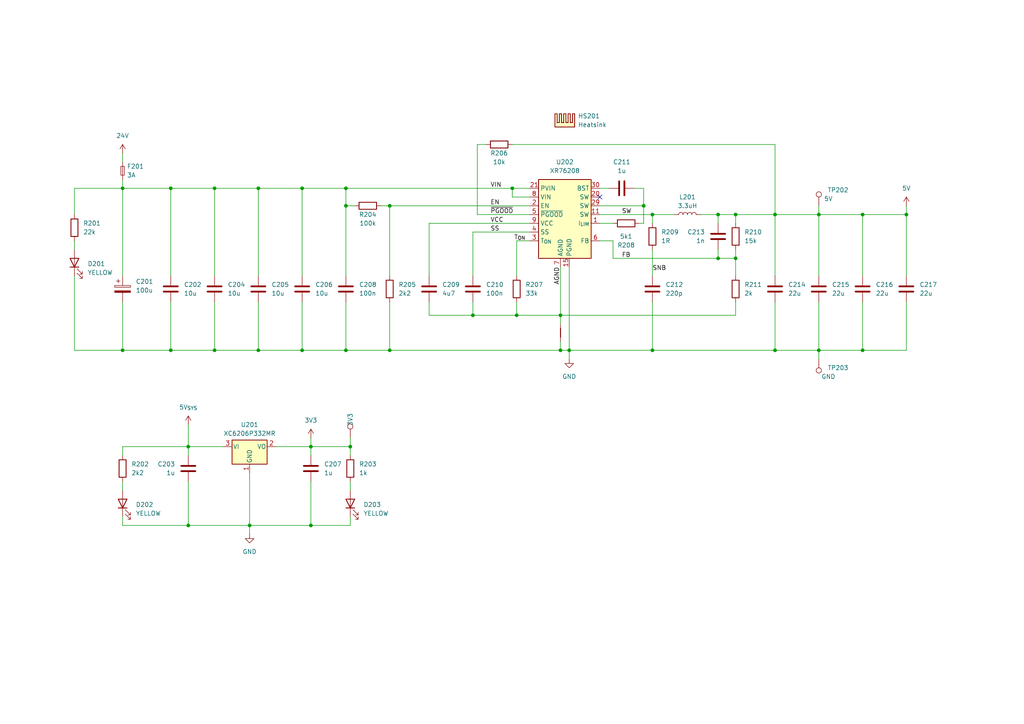
<source format=kicad_sch>
(kicad_sch (version 20250114) (generator "eeschema") (generator_version "9.0")
  (paper "A4")
  (title_block (title "EWS - Power, CANbus and USB HAT for 3D Printers") (date "2025-12-04") (rev "${PROJEKT_REV}") (company "Eduard Iten") (comment 1 "CC BY-NC-SA 4.0"))
  (lib_symbols
    (symbol "Connector:TestPoint" (pin_numbers (hide yes)) (pin_names (offset 0.762) (hide yes))
      (property "Reference" "TP" (at 0 6.858 0))
      (property "Value" "TestPoint" (at 0 5.08 0))
      (symbol "TestPoint_0_1"
        (circle (center 0 3.302) (radius 0.762))
      )
      (symbol "TestPoint_1_1"
        (pin passive line (at 0 0 90) (length 2.54) (name "1") (number "1"))
      )
    )
    (symbol "Device:C" (pin_numbers (hide yes)) (pin_names (offset 0.254))
      (property "Reference" "C" (at 0.635 2.54 0))
      (property "Value" "C" (at 0.635 -2.54 0))
      (symbol "C_0_1"
        (polyline (pts (xy -2.032 0.762) (xy 2.032 0.762)) (stroke (width 0.508)))
        (polyline (pts (xy -2.032 -0.762) (xy 2.032 -0.762)) (stroke (width 0.508)))
      )
      (symbol "C_1_1"
        (pin passive line (at 0 3.81 270) (length 2.794) (name "~") (number "1"))
        (pin passive line (at 0 -3.81 90) (length 2.794) (name "~") (number "2"))
      )
    )
    (symbol "Device:C_Polarized" (pin_numbers (hide yes)) (pin_names (offset 0.254))
      (property "Reference" "C" (at 0.635 2.54 0))
      (property "Value" "C_Polarized" (at 0.635 -2.54 0))
      (symbol "C_Polarized_0_1"
        (rectangle (start -2.286 0.508) (end 2.286 1.016))
        (polyline (pts (xy -1.778 2.286) (xy -0.762 2.286)))
        (polyline (pts (xy -1.27 2.794) (xy -1.27 1.778)))
        (rectangle (start 2.286 -0.508) (end -2.286 -1.016) (fill (type outline)))
      )
      (symbol "C_Polarized_1_1"
        (pin passive line (at 0 3.81 270) (length 2.794) (name "~") (number "1"))
        (pin passive line (at 0 -3.81 90) (length 2.794) (name "~") (number "2"))
      )
    )
    (symbol "Device:Fuse_Small" (pin_numbers (hide yes)) (pin_names (offset 0.254) (hide yes))
      (property "Reference" "F" (at 0 -1.524 0))
      (property "Value" "Fuse_Small" (at 0 1.524 0))
      (symbol "Fuse_Small_0_1"
        (rectangle (start -1.27 0.508) (end 1.27 -0.508))
        (polyline (pts (xy -1.27 0) (xy 1.27 0)))
      )
      (symbol "Fuse_Small_1_1"
        (pin passive line (at -2.54 0 0) (length 1.27) (name "~") (number "1"))
        (pin passive line (at 2.54 0 180) (length 1.27) (name "~") (number "2"))
      )
    )
    (symbol "Device:L" (pin_numbers (hide yes)) (pin_names (offset 1.016) (hide yes))
      (property "Reference" "L" (at -1.27 0 90))
      (property "Value" "L" (at 1.905 0 90))
      (symbol "L_0_1"
        (arc (start 0 2.54) (mid 0.6323 1.905) (end 0 1.27))
        (arc (start 0 1.27) (mid 0.6323 0.635) (end 0 0))
        (arc (start 0 0) (mid 0.6323 -0.635) (end 0 -1.27))
        (arc (start 0 -1.27) (mid 0.6323 -1.905) (end 0 -2.54))
      )
      (symbol "L_1_1"
        (pin passive line (at 0 3.81 270) (length 1.27) (name "1") (number "1"))
        (pin passive line (at 0 -3.81 90) (length 1.27) (name "2") (number "2"))
      )
    )
    (symbol "Device:LED" (pin_numbers (hide yes)) (pin_names (offset 1.016) (hide yes))
      (property "Reference" "D" (at 0 2.54 0))
      (property "Value" "LED" (at 0 -2.54 0))
      (symbol "LED_0_1"
        (polyline (pts (xy -3.048 -0.762) (xy -4.572 -2.286) (xy -3.81 -2.286) (xy -4.572 -2.286) (xy -4.572 -1.524)))
        (polyline (pts (xy -1.778 -0.762) (xy -3.302 -2.286) (xy -2.54 -2.286) (xy -3.302 -2.286) (xy -3.302 -1.524)))
        (polyline (pts (xy -1.27 0) (xy 1.27 0)))
        (polyline (pts (xy -1.27 -1.27) (xy -1.27 1.27)) (stroke (width 0.254)))
        (polyline (pts (xy 1.27 -1.27) (xy 1.27 1.27) (xy -1.27 0) (xy 1.27 -1.27)) (stroke (width 0.254)))
      )
      (symbol "LED_1_1"
        (pin passive line (at -3.81 0 0) (length 2.54) (name "K") (number "1"))
        (pin passive line (at 3.81 0 180) (length 2.54) (name "A") (number "2"))
      )
    )
    (symbol "Device:NetTie_2" (pin_numbers (hide yes)) (pin_names (offset 0) (hide yes)) (in_bom no)
      (property "Reference" "NT" (at 0 1.27 0))
      (property "Value" "NetTie_2" (at 0 -1.27 0))
      (symbol "NetTie_2_0_1"
        (polyline (pts (xy -1.27 0) (xy 1.27 0)) (stroke (width 0.254)))
      )
      (symbol "NetTie_2_1_1"
        (pin passive line (at -2.54 0 0) (length 2.54) (name "1") (number "1"))
        (pin passive line (at 2.54 0 180) (length 2.54) (name "2") (number "2"))
      )
    )
    (symbol "Device:R" (pin_numbers (hide yes)) (pin_names (offset 0))
      (property "Reference" "R" (at 2.032 0 90))
      (property "Value" "R" (at 0 0 90))
      (symbol "R_0_1"
        (rectangle (start -1.016 -2.54) (end 1.016 2.54) (stroke (width 0.254)))
      )
      (symbol "R_1_1"
        (pin passive line (at 0 3.81 270) (length 1.27) (name "~") (number "1"))
        (pin passive line (at 0 -3.81 90) (length 1.27) (name "~") (number "2"))
      )
    )
    (symbol "Mechanical:Heatsink" (pin_names (offset 1.016))
      (property "Reference" "HS" (at 0 5.08 0))
      (property "Value" "Heatsink" (at 0 -1.27 0))
      (symbol "Heatsink_0_1"
        (polyline (pts (xy -0.3302 1.27) (xy -0.9652 1.27) (xy -0.9652 3.81) (xy -1.6002 3.81) (xy -1.6002 1.27) (xy -2.2352 1.27) (xy -2.2352 3.81) (xy -2.8702 3.81) (xy -2.8702 0) (xy -0.9652 0)) (stroke (width 0.254)) (fill (type background)))
        (polyline (pts (xy -0.3302 1.27) (xy -0.3302 3.81) (xy 0.3048 3.81) (xy 0.3048 1.27) (xy 0.9398 1.27) (xy 0.9398 3.81) (xy 1.5748 3.81) (xy 1.5748 1.27) (xy 2.2098 1.27) (xy 2.2098 3.81) (xy 2.8448 3.81) (xy 2.8448 0) (xy -0.9652 0)) (stroke (width 0.254)) (fill (type background)))
      )
    )
    (symbol "NamedTestPoint_1" (pin_numbers (hide yes)) (pin_names (offset 0.762) (hide yes))
      (property "Value" "${SHORT_NET_NAME(1)}" (at 0 6.35 0))
      (symbol "NamedTestPoint_1_0_1"
        (circle (center 0 3.302) (radius 0.762))
      )
      (symbol "NamedTestPoint_1_1_1"
        (pin passive line (at 0 0 90) (length 2.54) (name "1") (number "1"))
      )
    )
    (symbol "Regulator_Linear:XC6206PxxxMR" (pin_names (offset 0.254))
      (property "Reference" "U" (at -3.81 3.175 0))
      (property "Value" "XC6206PxxxMR" (at 0 3.175 0))
      (symbol "XC6206PxxxMR_0_1"
        (rectangle (start -5.08 1.905) (end 5.08 -5.08) (stroke (width 0.254)) (fill (type background)))
      )
      (symbol "XC6206PxxxMR_1_1"
        (pin power_in line (at -7.62 0 0) (length 2.54) (name "VI") (number "3"))
        (pin power_in line (at 0 -7.62 90) (length 2.54) (name "GND") (number "1"))
        (pin power_out line (at 7.62 0 180) (length 2.54) (name "VO") (number "2"))
      )
    )
    (symbol "power:+24V" (power) (pin_numbers (hide yes)) (pin_names (offset 0) (hide yes))
      (property "Value" "+24V" (at 0 3.556 0))
      (symbol "+24V_0_1"
        (polyline (pts (xy -0.762 1.27) (xy 0 2.54)))
        (polyline (pts (xy 0 2.54) (xy 0.762 1.27)))
        (polyline (pts (xy 0 0) (xy 0 2.54)))
      )
      (symbol "+24V_1_1"
        (pin power_in line (at 0 0 90) (length 0) (name "~") (number "1"))
      )
    )
    (symbol "power:+3.3V" (power) (pin_numbers (hide yes)) (pin_names (offset 0) (hide yes))
      (property "Value" "+3.3V" (at 0 3.556 0))
      (symbol "+3.3V_0_1"
        (polyline (pts (xy -0.762 1.27) (xy 0 2.54)))
        (polyline (pts (xy 0 2.54) (xy 0.762 1.27)))
        (polyline (pts (xy 0 0) (xy 0 2.54)))
      )
      (symbol "+3.3V_1_1"
        (pin power_in line (at 0 0 90) (length 0) (name "~") (number "1"))
      )
    )
    (symbol "power:+5V" (power) (pin_numbers (hide yes)) (pin_names (offset 0) (hide yes))
      (property "Value" "+5V" (at 0 3.556 0))
      (symbol "+5V_0_1"
        (polyline (pts (xy -0.762 1.27) (xy 0 2.54)))
        (polyline (pts (xy 0 2.54) (xy 0.762 1.27)))
        (polyline (pts (xy 0 0) (xy 0 2.54)))
      )
      (symbol "+5V_1_1"
        (pin power_in line (at 0 0 90) (length 0) (name "~") (number "1"))
      )
    )
    (symbol "power:GND" (power) (pin_numbers (hide yes)) (pin_names (offset 0) (hide yes))
      (property "Value" "GND" (at 0 -3.81 0))
      (symbol "GND_0_1"
        (polyline (pts (xy 0 0) (xy 0 -1.27) (xy 1.27 -1.27) (xy 0 -2.54) (xy -1.27 -1.27) (xy 0 -1.27)))
      )
      (symbol "GND_1_1"
        (pin power_in line (at 0 0 270) (length 0) (name "~") (number "1"))
      )
    )
    (symbol "project:XR76208"
      (property "Reference" "U" (at 0 15.24 0))
      (property "Value" "XR76208" (at 0 12.7 0))
      (symbol "XR76208_1_1"
        (rectangle (start -7.62 11.43) (end 7.62 -11.43) (stroke (width 0.254)) (fill (type background)))
        (pin power_in line (at -10.16 8.89 0) (length 2.54) (name "PVIN") (number "21"))
        (pin passive line (at -10.16 8.89 0) (length 2.54) (hide yes) (name "PVIN") (number "22"))
        (pin passive line (at -10.16 8.89 0) (length 2.54) (hide yes) (name "PVIN") (number "23"))
        (pin passive line (at -10.16 8.89 0) (length 2.54) (hide yes) (name "PVIN") (number "24"))
        (pin passive line (at -10.16 8.89 0) (length 2.54) (hide yes) (name "PVIN") (number "25"))
        (pin passive line (at -10.16 8.89 0) (length 2.54) (hide yes) (name "PVIN") (number "26"))
        (pin passive line (at -10.16 8.89 0) (length 2.54) (hide yes) (name "PVIN") (number "27"))
        (pin passive line (at -10.16 8.89 0) (length 2.54) (hide yes) (name "PVIN") (number "28"))
        (pin power_in line (at -10.16 6.35 0) (length 2.54) (name "VIN") (number "8"))
        (pin passive line (at -10.16 3.81 0) (length 2.54) (name "EN") (number "2"))
        (pin passive line (at -10.16 1.27 0) (length 2.54) (name "~{PGOOD}") (number "5"))
        (pin passive line (at -10.16 -1.27 0) (length 2.54) (name "VCC") (number "9"))
        (pin passive line (at -10.16 -3.81 0) (length 2.54) (name "SS") (number "4"))
        (pin passive line (at -10.16 -6.35 0) (length 2.54) (name "T_{ON}") (number "3"))
        (pin passive line (at -1.27 -13.97 90) (length 2.54) (hide yes) (name "AGND") (number "10"))
        (pin passive line (at -1.27 -13.97 90) (length 2.54) (name "AGND") (number "7"))
        (pin passive line (at 1.27 -13.97 90) (length 2.54) (name "PGND") (number "15"))
        (pin passive line (at 1.27 -13.97 90) (length 2.54) (hide yes) (name "PGND") (number "16"))
        (pin passive line (at 1.27 -13.97 90) (length 2.54) (hide yes) (name "PGND") (number "17"))
        (pin passive line (at 1.27 -13.97 90) (length 2.54) (hide yes) (name "PGND") (number "18"))
        (pin passive line (at 1.27 -13.97 90) (length 2.54) (hide yes) (name "PGND") (number "19"))
        (pin passive line (at 10.16 8.89 180) (length 2.54) (name "BST") (number "30"))
        (pin passive line (at 10.16 6.35 180) (length 2.54) (name "SW") (number "20"))
        (pin power_out line (at 10.16 3.81 180) (length 2.54) (name "SW") (number "29"))
        (pin passive line (at 10.16 1.27 180) (length 2.54) (name "SW") (number "11"))
        (pin passive line (at 10.16 1.27 180) (length 2.54) (hide yes) (name "SW") (number "12"))
        (pin passive line (at 10.16 1.27 180) (length 2.54) (hide yes) (name "SW") (number "13"))
        (pin passive line (at 10.16 1.27 180) (length 2.54) (hide yes) (name "SW") (number "14"))
        (pin passive line (at 10.16 -1.27 180) (length 2.54) (name "I_{LIM}") (number "1"))
        (pin passive line (at 10.16 -6.35 180) (length 2.54) (name "FB") (number "6"))
      )
    )
  )
  (junction (at 113.03 59.69))
  (junction (at 54.61 129.54))
  (junction (at 74.93 54.61))
  (junction (at 90.17 129.54))
  (junction (at 74.93 101.6))
  (junction (at 250.19 62.23))
  (junction (at 101.6 129.54))
  (junction (at 62.23 54.61))
  (junction (at 262.89 62.23))
  (junction (at 62.23 101.6))
  (junction (at 149.86 91.44))
  (junction (at 237.49 101.6))
  (junction (at 224.79 101.6))
  (junction (at 137.16 91.44))
  (junction (at 49.53 54.61))
  (junction (at 35.56 101.6))
  (junction (at 224.79 62.23))
  (junction (at 186.69 59.69))
  (junction (at 162.56 91.44))
  (junction (at 100.33 54.61))
  (junction (at 87.63 101.6))
  (junction (at 87.63 54.61))
  (junction (at 213.36 74.93))
  (junction (at 100.33 101.6))
  (junction (at 237.49 62.23))
  (junction (at 90.17 152.4))
  (junction (at 49.53 101.6))
  (junction (at 113.03 101.6))
  (junction (at 35.56 54.61))
  (junction (at 54.61 152.4))
  (junction (at 148.59 54.61))
  (junction (at 72.39 152.4))
  (junction (at 162.56 101.6))
  (junction (at 250.19 101.6))
  (junction (at 100.33 59.69))
  (junction (at 189.23 101.6))
  (junction (at 165.1 101.6))
  (junction (at 208.28 74.93))
  (junction (at 208.28 62.23))
  (junction (at 213.36 62.23))
  (junction (at 189.23 62.23))
  (no_connect (at 173.99 57.15))
  (wire (pts (xy 35.56 101.6) (xy 49.53 101.6)))
  (wire (pts (xy 137.16 67.31) (xy 153.67 67.31)))
  (wire (pts (xy 250.19 62.23) (xy 237.49 62.23)))
  (wire (pts (xy 80.01 129.54) (xy 90.17 129.54)))
  (wire (pts (xy 101.6 139.7) (xy 101.6 142.24)))
  (wire (pts (xy 189.23 101.6) (xy 224.79 101.6)))
  (wire (pts (xy 113.03 87.63) (xy 113.03 101.6)))
  (wire (pts (xy 208.28 62.23) (xy 213.36 62.23)))
  (wire (pts (xy 224.79 101.6) (xy 237.49 101.6)))
  (wire (pts (xy 35.56 149.86) (xy 35.56 152.4)))
  (wire (pts (xy 213.36 87.63) (xy 213.36 91.44)))
  (wire (pts (xy 101.6 152.4) (xy 90.17 152.4)))
  (wire (pts (xy 149.86 91.44) (xy 149.86 87.63)))
  (wire (pts (xy 35.56 87.63) (xy 35.56 101.6)))
  (wire (pts (xy 262.89 87.63) (xy 262.89 101.6)))
  (wire (pts (xy 72.39 152.4) (xy 90.17 152.4)))
  (wire (pts (xy 54.61 123.19) (xy 54.61 129.54)))
  (wire (pts (xy 74.93 54.61) (xy 74.93 80.01)))
  (wire (pts (xy 189.23 72.39) (xy 189.23 80.01)))
  (wire (pts (xy 148.59 41.91) (xy 224.79 41.91)))
  (wire (pts (xy 203.2 62.23) (xy 208.28 62.23)))
  (wire (pts (xy 110.49 59.69) (xy 113.03 59.69)))
  (wire (pts (xy 208.28 74.93) (xy 213.36 74.93)))
  (wire (pts (xy 35.56 54.61) (xy 49.53 54.61)))
  (wire (pts (xy 49.53 54.61) (xy 49.53 80.01)))
  (wire (pts (xy 54.61 139.7) (xy 54.61 152.4)))
  (wire (pts (xy 262.89 59.69) (xy 262.89 62.23)))
  (wire (pts (xy 173.99 62.23) (xy 189.23 62.23)))
  (wire (pts (xy 35.56 139.7) (xy 35.56 142.24)))
  (wire (pts (xy 62.23 80.01) (xy 62.23 54.61)))
  (wire (pts (xy 21.59 101.6) (xy 35.56 101.6)))
  (wire (pts (xy 21.59 54.61) (xy 35.56 54.61)))
  (wire (pts (xy 35.56 44.45) (xy 35.56 46.99)))
  (wire (pts (xy 137.16 87.63) (xy 137.16 91.44)))
  (wire (pts (xy 21.59 80.01) (xy 21.59 101.6)))
  (wire (pts (xy 72.39 152.4) (xy 72.39 154.94)))
  (wire (pts (xy 189.23 62.23) (xy 189.23 64.77)))
  (wire (pts (xy 100.33 101.6) (xy 113.03 101.6)))
  (wire (pts (xy 250.19 87.63) (xy 250.19 101.6)))
  (wire (pts (xy 49.53 101.6) (xy 62.23 101.6)))
  (wire (pts (xy 149.86 69.85) (xy 149.86 80.01)))
  (wire (pts (xy 137.16 91.44) (xy 149.86 91.44)))
  (wire (pts (xy 262.89 62.23) (xy 250.19 62.23)))
  (wire (pts (xy 49.53 87.63) (xy 49.53 101.6)))
  (wire (pts (xy 250.19 80.01) (xy 250.19 62.23)))
  (wire (pts (xy 21.59 62.23) (xy 21.59 54.61)))
  (wire (pts (xy 149.86 69.85) (xy 153.67 69.85)))
  (wire (pts (xy 90.17 127) (xy 90.17 129.54)))
  (wire (pts (xy 162.56 91.44) (xy 162.56 93.98)))
  (wire (pts (xy 162.56 101.6) (xy 165.1 101.6)))
  (wire (pts (xy 237.49 59.69) (xy 237.49 62.23)))
  (wire (pts (xy 237.49 62.23) (xy 224.79 62.23)))
  (wire (pts (xy 165.1 77.47) (xy 165.1 101.6)))
  (wire (pts (xy 186.69 54.61) (xy 186.69 59.69)))
  (wire (pts (xy 208.28 62.23) (xy 208.28 64.77)))
  (wire (pts (xy 35.56 52.07) (xy 35.56 54.61)))
  (wire (pts (xy 148.59 57.15) (xy 153.67 57.15)))
  (wire (pts (xy 100.33 54.61) (xy 100.33 59.69)))
  (wire (pts (xy 208.28 72.39) (xy 208.28 74.93)))
  (wire (pts (xy 262.89 101.6) (xy 250.19 101.6)))
  (wire (pts (xy 100.33 87.63) (xy 100.33 101.6)))
  (wire (pts (xy 54.61 152.4) (xy 72.39 152.4)))
  (wire (pts (xy 74.93 54.61) (xy 87.63 54.61)))
  (wire (pts (xy 162.56 91.44) (xy 149.86 91.44)))
  (wire (pts (xy 177.8 74.93) (xy 177.8 69.85)))
  (wire (pts (xy 101.6 132.08) (xy 101.6 129.54)))
  (wire (pts (xy 87.63 54.61) (xy 87.63 80.01)))
  (wire (pts (xy 74.93 87.63) (xy 74.93 101.6)))
  (wire (pts (xy 184.15 54.61) (xy 186.69 54.61)))
  (wire (pts (xy 162.56 99.06) (xy 162.56 101.6)))
  (wire (pts (xy 177.8 74.93) (xy 208.28 74.93)))
  (wire (pts (xy 213.36 62.23) (xy 224.79 62.23)))
  (wire (pts (xy 224.79 62.23) (xy 224.79 80.01)))
  (wire (pts (xy 124.46 64.77) (xy 153.67 64.77)))
  (wire (pts (xy 54.61 129.54) (xy 54.61 132.08)))
  (wire (pts (xy 35.56 80.01) (xy 35.56 54.61)))
  (wire (pts (xy 237.49 80.01) (xy 237.49 62.23)))
  (wire (pts (xy 35.56 152.4) (xy 54.61 152.4)))
  (wire (pts (xy 87.63 54.61) (xy 100.33 54.61)))
  (wire (pts (xy 101.6 129.54) (xy 101.6 127)))
  (wire (pts (xy 113.03 101.6) (xy 162.56 101.6)))
  (wire (pts (xy 213.36 62.23) (xy 213.36 64.77)))
  (wire (pts (xy 49.53 54.61) (xy 62.23 54.61)))
  (wire (pts (xy 124.46 80.01) (xy 124.46 64.77)))
  (wire (pts (xy 237.49 87.63) (xy 237.49 101.6)))
  (wire (pts (xy 100.33 80.01) (xy 100.33 59.69)))
  (wire (pts (xy 148.59 57.15) (xy 148.59 54.61)))
  (wire (pts (xy 124.46 91.44) (xy 137.16 91.44)))
  (wire (pts (xy 237.49 101.6) (xy 250.19 101.6)))
  (wire (pts (xy 213.36 91.44) (xy 162.56 91.44)))
  (wire (pts (xy 87.63 87.63) (xy 87.63 101.6)))
  (wire (pts (xy 138.43 62.23) (xy 138.43 41.91)))
  (wire (pts (xy 90.17 152.4) (xy 90.17 139.7)))
  (wire (pts (xy 100.33 54.61) (xy 148.59 54.61)))
  (wire (pts (xy 62.23 87.63) (xy 62.23 101.6)))
  (wire (pts (xy 138.43 41.91) (xy 140.97 41.91)))
  (wire (pts (xy 262.89 80.01) (xy 262.89 62.23)))
  (wire (pts (xy 102.87 59.69) (xy 100.33 59.69)))
  (wire (pts (xy 224.79 41.91) (xy 224.79 62.23)))
  (wire (pts (xy 21.59 69.85) (xy 21.59 72.39)))
  (wire (pts (xy 177.8 69.85) (xy 173.99 69.85)))
  (wire (pts (xy 162.56 77.47) (xy 162.56 91.44)))
  (wire (pts (xy 62.23 54.61) (xy 74.93 54.61)))
  (wire (pts (xy 90.17 129.54) (xy 101.6 129.54)))
  (wire (pts (xy 237.49 104.14) (xy 237.49 101.6)))
  (wire (pts (xy 189.23 62.23) (xy 195.58 62.23)))
  (wire (pts (xy 62.23 101.6) (xy 74.93 101.6)))
  (wire (pts (xy 173.99 59.69) (xy 186.69 59.69)))
  (wire (pts (xy 87.63 101.6) (xy 100.33 101.6)))
  (wire (pts (xy 35.56 129.54) (xy 54.61 129.54)))
  (wire (pts (xy 54.61 129.54) (xy 64.77 129.54)))
  (wire (pts (xy 213.36 74.93) (xy 213.36 80.01)))
  (wire (pts (xy 185.42 64.77) (xy 186.69 64.77)))
  (wire (pts (xy 74.93 101.6) (xy 87.63 101.6)))
  (wire (pts (xy 138.43 62.23) (xy 153.67 62.23)))
  (wire (pts (xy 35.56 132.08) (xy 35.56 129.54)))
  (wire (pts (xy 165.1 101.6) (xy 165.1 104.14)))
  (wire (pts (xy 137.16 80.01) (xy 137.16 67.31)))
  (wire (pts (xy 124.46 87.63) (xy 124.46 91.44)))
  (wire (pts (xy 113.03 59.69) (xy 113.03 80.01)))
  (wire (pts (xy 224.79 87.63) (xy 224.79 101.6)))
  (wire (pts (xy 148.59 54.61) (xy 153.67 54.61)))
  (wire (pts (xy 165.1 101.6) (xy 189.23 101.6)))
  (wire (pts (xy 173.99 64.77) (xy 177.8 64.77)))
  (wire (pts (xy 213.36 72.39) (xy 213.36 74.93)))
  (wire (pts (xy 90.17 132.08) (xy 90.17 129.54)))
  (wire (pts (xy 173.99 54.61) (xy 176.53 54.61)))
  (wire (pts (xy 186.69 64.77) (xy 186.69 59.69)))
  (wire (pts (xy 101.6 149.86) (xy 101.6 152.4)))
  (wire (pts (xy 113.03 59.69) (xy 153.67 59.69)))
  (wire (pts (xy 72.39 137.16) (xy 72.39 152.4)))
  (wire (pts (xy 189.23 87.63) (xy 189.23 101.6)))
  (label "FB" (at 180.34 74.93 0))
  (label "~{PGOOD}" (at 142.24 62.23 0))
  (label "SW" (at 180.34 62.23 0))
  (label "VCC" (at 142.24 64.77 0))
  (label "VIN" (at 142.24 54.61 0))
  (label "EN" (at 142.24 59.69 0))
  (label "AGND" (at 162.56 82.55 90))
  (label "SS" (at 142.24 67.31 0))
  (label "T_{ON}" (at 152.4 69.85 180))
  (label "SNB" (at 189.23 78.74 0))
  (symbol (lib_id "Device:C") (at 74.93 83.82 0) (unit 1)
    (property "Reference" "C205" (at 78.74 82.5499 0) (effects (justify left)))
    (property "Value" "10u" (at 78.74 85.0899 0) (effects (justify left)))
    (property "Footprint" "Capacitor_SMD:C_1206_3216Metric" (effects (hide yes)))
    (property "Description" "Unpolarized capacitor" (effects (hide yes)))
    (property "Manufacturer Part #" "CL31A106KBHNNNE" (effects (hide yes)))
    (property "LCSC Part #" "C13585" (effects (hide yes)))
  )
  (symbol (lib_id "Device:R") (at 213.36 68.58 0) (unit 1)
    (property "Reference" "R210" (at 215.9 67.3099 0) (effects (justify left)))
    (property "Value" "15k" (at 215.9 69.8499 0) (effects (justify left)))
    (property "Footprint" "Resistor_SMD:R_0402_1005Metric" (effects (hide yes)))
    (property "Description" "Resistor" (effects (hide yes)))
    (property "Manufacturer Part #" "0402WGF1502TCE" (effects (hide yes)))
    (property "LCSC Part #" "C25756" (effects (hide yes)))
  )
  (symbol (lib_id "Device:LED") (at 35.56 146.05 90) (unit 1)
    (property "Reference" "D202" (at 39.37 146.3674 90) (effects (justify right)))
    (property "Value" "YELLOW" (at 39.37 148.9074 90) (effects (justify right)))
    (property "Footprint" "LED_SMD:LED_0805_2012Metric" (effects (hide yes)))
    (property "Description" "Light emitting diode" (effects (hide yes)))
    (property "Sim.Pins" "1=K 2=A" (effects (hide yes)))
    (property "Manufacturer Part #" "KT-0805Y" (effects (hide yes)))
    (property "LCSC Part #" "C2296" (effects (hide yes)))
  )
  (symbol (lib_id "Device:R") (at 101.6 135.89 0) (unit 1)
    (property "Reference" "R203" (at 104.14 134.6199 0) (effects (justify left)))
    (property "Value" "1k" (at 104.14 137.1599 0) (effects (justify left)))
    (property "Footprint" "Resistor_SMD:R_0402_1005Metric" (effects (hide yes)))
    (property "Description" "Resistor" (effects (hide yes)))
    (property "Manufacturer Part #" "0402WGF1001TCE" (effects (hide yes)))
    (property "LCSC Part #" "C11702" (effects (hide yes)))
  )
  (symbol (lib_id "Device:NetTie_2") (at 162.56 96.52 90) (unit 1) (in_bom no)
    (property "Reference" "NT201" (effects (hide yes)))
    (property "Value" "NetTie_2" (effects (hide yes)))
    (property "Footprint" "NetTie:NetTie-2_SMD_Pad0.5mm" (effects (hide yes)))
    (property "Description" "Net tie, 2 pins" (effects (hide yes)))
  )
  (symbol (lib_id "Device:R") (at 113.03 83.82 0) (unit 1)
    (property "Reference" "R205" (at 115.57 82.5499 0) (effects (justify left)))
    (property "Value" "2k2" (at 115.57 85.0899 0) (effects (justify left)))
    (property "Footprint" "Resistor_SMD:R_0402_1005Metric" (effects (hide yes)))
    (property "Description" "Resistor" (effects (hide yes)))
    (property "LCSC Part #" "C25879" (effects (hide yes)))
    (property "Manufacturer Part #" "0402WGF2201TCE" (effects (hide yes)))
  )
  (symbol (lib_id "Device:C") (at 62.23 83.82 0) (unit 1)
    (property "Reference" "C204" (at 66.04 82.5499 0) (effects (justify left)))
    (property "Value" "10u" (at 66.04 85.0899 0) (effects (justify left)))
    (property "Footprint" "Capacitor_SMD:C_1206_3216Metric" (effects (hide yes)))
    (property "Description" "Unpolarized capacitor" (effects (hide yes)))
    (property "Manufacturer Part #" "CL31A106KBHNNNE" (effects (hide yes)))
    (property "LCSC Part #" "C13585" (effects (hide yes)))
  )
  (symbol (lib_id "Connector:TestPoint") (at 237.49 104.14 0) (mirror x) (unit 1)
    (property "Reference" "TP203" (at 240.03 106.68 0) (effects (justify left)))
    (property "Value" "${SHORT_NET_NAME(1)}" (at 240.03 109.22 0) (effects (justify left)))
    (property "Footprint" "TestPoint:TestPoint_Pad_D3.0mm" (effects (hide yes)))
    (property "Description" "test point" (effects (hide yes)))
  )
  (symbol (lib_id "Device:LED") (at 21.59 76.2 90) (unit 1)
    (property "Reference" "D201" (at 25.4 76.5174 90) (effects (justify right)))
    (property "Value" "YELLOW" (at 25.4 79.0574 90) (effects (justify right)))
    (property "Footprint" "LED_SMD:LED_0805_2012Metric" (effects (hide yes)))
    (property "Description" "Light emitting diode" (effects (hide yes)))
    (property "Sim.Pins" "1=K 2=A" (effects (hide yes)))
    (property "Manufacturer Part #" "KT-0805Y" (effects (hide yes)))
    (property "LCSC Part #" "C2296" (effects (hide yes)))
  )
  (symbol (lib_id "power:+24V") (at 35.56 44.45 0) (unit 1)
    (property "Reference" "#PWR0201" (effects (hide yes)))
    (property "Value" "24V" (at 35.56 39.37 0))
    (property "Description" "Power symbol creates a global label with name \"+24V\"" (effects (hide yes)))
  )
  (symbol (lib_id "Device:C") (at 224.79 83.82 0) (unit 1)
    (property "Reference" "C214" (at 228.6 82.5499 0) (effects (justify left)))
    (property "Value" "22u" (at 228.6 85.0899 0) (effects (justify left)))
    (property "Footprint" "Capacitor_SMD:C_1206_3216Metric" (effects (hide yes)))
    (property "Description" "Unpolarized capacitor" (effects (hide yes)))
    (property "LCSC Part #" "C12891" (effects (hide yes)))
    (property "Manufacturer Part #" "CL31A226KAHNNNE" (effects (hide yes)))
  )
  (symbol (lib_id "Device:C") (at 87.63 83.82 0) (unit 1)
    (property "Reference" "C206" (at 91.44 82.5499 0) (effects (justify left)))
    (property "Value" "10u" (at 91.44 85.0899 0) (effects (justify left)))
    (property "Footprint" "Capacitor_SMD:C_1206_3216Metric" (effects (hide yes)))
    (property "Description" "Unpolarized capacitor" (effects (hide yes)))
    (property "Manufacturer Part #" "CL31A106KBHNNNE" (effects (hide yes)))
    (property "LCSC Part #" "C13585" (effects (hide yes)))
  )
  (symbol (lib_id "Device:R") (at 181.61 64.77 270) (unit 1)
    (property "Reference" "R208" (at 181.61 71.12 90))
    (property "Value" "5k1" (at 181.61 68.58 90))
    (property "Footprint" "Resistor_SMD:R_0402_1005Metric" (effects (hide yes)))
    (property "Description" "Resistor" (effects (hide yes)))
    (property "Manufacturer Part #" "0402WGF5101TCE" (effects (hide yes)))
    (property "LCSC Part #" "C25905" (effects (hide yes)))
  )
  (symbol (lib_id "Device:C_Polarized") (at 35.56 83.82 0) (unit 1)
    (property "Reference" "C201" (at 39.37 81.6609 0) (effects (justify left)))
    (property "Value" "100u" (at 39.37 84.2009 0) (effects (justify left)))
    (property "Footprint" "Capacitor_SMD:CP_Elec_6.3x7.7" (effects (hide yes)))
    (property "Description" "Polarized capacitor" (effects (hide yes)))
    (property "Manufacturer Part #" "RVT1H101M0607" (effects (hide yes)))
    (property "LCSC Part #" "C3151829" (effects (hide yes)))
  )
  (symbol (lib_id "power:GND") (at 72.39 154.94 0) (unit 1)
    (property "Reference" "#PWR0203" (effects (hide yes)))
    (property "Value" "GND" (at 72.39 160.02 0))
    (property "Description" "Power symbol creates a global label with name \"GND\" , ground" (effects (hide yes)))
  )
  (symbol (lib_id "Device:R") (at 213.36 83.82 0) (unit 1)
    (property "Reference" "R211" (at 215.9 82.5499 0) (effects (justify left)))
    (property "Value" "2k" (at 215.9 85.0899 0) (effects (justify left)))
    (property "Footprint" "Resistor_SMD:R_0402_1005Metric" (effects (hide yes)))
    (property "Description" "Resistor" (effects (hide yes)))
    (property "Manufacturer Part #" "0402WGF2001TCE" (effects (hide yes)))
    (property "LCSC Part #" "C4109" (effects (hide yes)))
  )
  (symbol (lib_id "Device:C") (at 54.61 135.89 0) (mirror x) (unit 1)
    (property "Reference" "C203" (at 50.8 134.6199 0) (effects (justify right)))
    (property "Value" "1u" (at 50.8 137.1599 0) (effects (justify right)))
    (property "Footprint" "Capacitor_SMD:C_0402_1005Metric" (effects (hide yes)))
    (property "Description" "Unpolarized capacitor" (effects (hide yes)))
    (property "Manufacturer Part #" "CL05A105KA5NQNC" (effects (hide yes)))
    (property "LCSC Part #" "C52923" (effects (hide yes)))
  )
  (symbol (lib_id "Device:R") (at 144.78 41.91 270) (unit 1)
    (property "Reference" "R206" (at 144.78 44.45 90))
    (property "Value" "10k" (at 144.78 46.99 90))
    (property "Footprint" "Resistor_SMD:R_0402_1005Metric" (effects (hide yes)))
    (property "Description" "Resistor" (effects (hide yes)))
    (property "LCSC Part #" "C25744" (effects (hide yes)))
    (property "Manufacturer Part #" "0402WGF1002TCE" (effects (hide yes)))
  )
  (symbol (lib_id "Device:C") (at 100.33 83.82 0) (unit 1)
    (property "Reference" "C208" (at 104.14 82.5499 0) (effects (justify left)))
    (property "Value" "100n" (at 104.14 85.0899 0) (effects (justify left)))
    (property "Footprint" "Capacitor_SMD:C_0402_1005Metric" (effects (hide yes)))
    (property "Description" "Unpolarized capacitor" (effects (hide yes)))
    (property "Manufacturer Part #" "CL05B104KB54PNC" (effects (hide yes)))
    (property "LCSC Part #" "C307331" (effects (hide yes)))
  )
  (symbol (lib_id "power:+3.3V") (at 90.17 127 0) (unit 1)
    (property "Reference" "#PWR0204" (effects (hide yes)))
    (property "Value" "3V3" (at 90.17 121.92 0))
    (property "Description" "Power symbol creates a global label with name \"+3.3V\"" (effects (hide yes)))
  )
  (symbol (lib_id "Device:R") (at 149.86 83.82 0) (unit 1)
    (property "Reference" "R207" (at 152.4 82.5499 0) (effects (justify left)))
    (property "Value" "33k" (at 152.4 85.0899 0) (effects (justify left)))
    (property "Footprint" "Resistor_SMD:R_0402_1005Metric" (effects (hide yes)))
    (property "Description" "Resistor" (effects (hide yes)))
    (property "LCSC Part #" "C25779" (effects (hide yes)))
    (property "Manufacturer Part #" "0402WGF3302TCE" (effects (hide yes)))
  )
  (symbol (lib_name "NamedTestPoint_1") (lib_id "project:NamedTestPoint") (at 101.6 127 0) (unit 1) (in_bom no)
    (property "Reference" "TP201" (effects (hide yes)))
    (property "Value" "${SHORT_NET_NAME(1)}" (at 101.6 121.92 90) (effects (justify left)))
    (property "Footprint" "project:NAMED_TEST_POINT" (effects (hide yes)))
    (property "Description" "test point" (effects (hide yes)))
  )
  (symbol (lib_id "Device:C") (at 49.53 83.82 0) (unit 1)
    (property "Reference" "C202" (at 53.34 82.5499 0) (effects (justify left)))
    (property "Value" "10u" (at 53.34 85.0899 0) (effects (justify left)))
    (property "Footprint" "Capacitor_SMD:C_1206_3216Metric" (effects (hide yes)))
    (property "Description" "Unpolarized capacitor" (effects (hide yes)))
    (property "Manufacturer Part #" "CL31A106KBHNNNE" (effects (hide yes)))
    (property "LCSC Part #" "C13585" (effects (hide yes)))
  )
  (symbol (lib_id "Device:R") (at 35.56 135.89 0) (unit 1)
    (property "Reference" "R202" (at 38.1 134.6199 0) (effects (justify left)))
    (property "Value" "2k2" (at 38.1 137.1599 0) (effects (justify left)))
    (property "Footprint" "Resistor_SMD:R_0402_1005Metric" (effects (hide yes)))
    (property "Description" "Resistor" (effects (hide yes)))
    (property "Manufacturer Part #" "0402WGF2201TCE" (effects (hide yes)))
    (property "LCSC Part #" "C25879" (effects (hide yes)))
  )
  (symbol (lib_id "Device:R") (at 189.23 68.58 0) (unit 1)
    (property "Reference" "R209" (at 191.77 67.3099 0) (effects (justify left)))
    (property "Value" "1R" (at 191.77 69.8499 0) (effects (justify left)))
    (property "Footprint" "Resistor_SMD:R_0603_1608Metric" (effects (hide yes)))
    (property "Description" "Resistor" (effects (hide yes)))
    (property "Manufacturer Part #" "0603WAF100KT5E" (effects (hide yes)))
    (property "LCSC Part #" "C22936" (effects (hide yes)))
  )
  (symbol (lib_id "Device:C") (at 250.19 83.82 0) (unit 1)
    (property "Reference" "C216" (at 254 82.5499 0) (effects (justify left)))
    (property "Value" "22u" (at 254 85.0899 0) (effects (justify left)))
    (property "Footprint" "Capacitor_SMD:C_1206_3216Metric" (effects (hide yes)))
    (property "Description" "Unpolarized capacitor" (effects (hide yes)))
    (property "LCSC Part #" "C12891" (effects (hide yes)))
    (property "Manufacturer Part #" "CL31A226KAHNNNE" (effects (hide yes)))
  )
  (symbol (lib_id "Connector:TestPoint") (at 237.49 59.69 0) (unit 1)
    (property "Reference" "TP202" (at 240.03 55.1179 0) (effects (justify left)))
    (property "Value" "${SHORT_NET_NAME(1)}" (at 240.03 57.6579 0) (effects (justify left)))
    (property "Footprint" "TestPoint:TestPoint_Pad_D3.0mm" (effects (hide yes)))
    (property "Description" "test point" (effects (hide yes)))
  )
  (symbol (lib_id "Mechanical:Heatsink") (at 163.83 36.83 0) (unit 1)
    (property "Reference" "HS201" (at 167.64 33.6549 0) (effects (justify left)))
    (property "Value" "Heatsink" (at 167.64 36.1949 0) (effects (justify left)))
    (property "Footprint" "project:HeatSink_9x9x5" (effects (hide yes)))
    (property "Description" "Heatsink" (effects (hide yes)))
  )
  (symbol (lib_id "power:GND") (at 165.1 104.14 0) (unit 1)
    (property "Reference" "#PWR0205" (effects (hide yes)))
    (property "Value" "GND" (at 165.1 109.22 0))
    (property "Description" "Power symbol creates a global label with name \"GND\" , ground" (effects (hide yes)))
  )
  (symbol (lib_id "Device:L") (at 199.39 62.23 90) (unit 1)
    (property "Reference" "L201" (at 199.39 57.15 90))
    (property "Value" "3.3uH" (at 199.39 59.69 90))
    (property "Footprint" "Inductor_SMD:L_APV_APH1050" (effects (hide yes)))
    (property "Description" "Inductor" (effects (hide yes)))
    (property "Manufacturer Part #" "MDA1050-3R3M" (effects (hide yes)))
    (property "LCSC Part #" "C2847560" (effects (hide yes)))
  )
  (symbol (lib_id "project:XR76208") (at 163.83 63.5 0) (unit 1)
    (property "Reference" "U202" (at 163.83 46.99 0))
    (property "Value" "XR76208" (at 163.83 49.53 0))
    (property "Footprint" "project:IC_XR76203ELTR-F" (effects (hide yes)))
    (property "LCSC Part #" "C555356" (effects (hide yes)))
    (property "Manufacturer Part #" "XR76208ELTR-F" (effects (hide yes)))
  )
  (symbol (lib_id "Device:R") (at 21.59 66.04 0) (unit 1)
    (property "Reference" "R201" (at 24.13 64.7699 0) (effects (justify left)))
    (property "Value" "22k" (at 24.13 67.3099 0) (effects (justify left)))
    (property "Footprint" "Resistor_SMD:R_0402_1005Metric" (effects (hide yes)))
    (property "Description" "Resistor" (effects (hide yes)))
    (property "Manufacturer Part #" "0402WGF2202TCE" (effects (hide yes)))
    (property "LCSC Part #" "C25768" (effects (hide yes)))
  )
  (symbol (lib_id "Device:C") (at 208.28 68.58 0) (mirror y) (unit 1)
    (property "Reference" "C213" (at 204.47 67.3099 0) (effects (justify left)))
    (property "Value" "1n" (at 204.47 69.8499 0) (effects (justify left)))
    (property "Footprint" "Capacitor_SMD:C_0402_1005Metric" (effects (hide yes)))
    (property "Description" "Unpolarized capacitor" (effects (hide yes)))
    (property "LCSC Part #" "C1523" (effects (hide yes)))
    (property "Manufacturer Part #" "0402B102K500NT" (effects (hide yes)))
  )
  (symbol (lib_id "Device:Fuse_Small") (at 35.56 49.53 90) (unit 1)
    (property "Reference" "F201" (at 36.83 48.2599 90) (effects (justify right)))
    (property "Value" "3A" (at 36.83 50.7999 90) (effects (justify right)))
    (property "Footprint" "Fuse:Fuse_1206_3216Metric_Pad1.42x1.75mm_HandSolder" (effects (hide yes)))
    (property "Description" "Fuse, small symbol" (effects (hide yes)))
    (property "Manufacturer Part #" "CFS12V3T3R00" (effects (hide yes)))
    (property "LCSC Part #" "C163126" (effects (hide yes)))
  )
  (symbol (lib_id "Device:C") (at 137.16 83.82 0) (unit 1)
    (property "Reference" "C210" (at 140.97 82.5499 0) (effects (justify left)))
    (property "Value" "100n" (at 140.97 85.0899 0) (effects (justify left)))
    (property "Footprint" "Capacitor_SMD:C_0402_1005Metric" (effects (hide yes)))
    (property "Description" "Unpolarized capacitor" (effects (hide yes)))
    (property "LCSC Part #" "C307331" (effects (hide yes)))
    (property "Manufacturer Part #" "CL05B104KB54PNC" (effects (hide yes)))
  )
  (symbol (lib_id "Device:R") (at 106.68 59.69 90) (mirror x) (unit 1)
    (property "Reference" "R204" (at 106.68 62.23 90))
    (property "Value" "100k" (at 106.68 64.77 90))
    (property "Footprint" "Resistor_SMD:R_0402_1005Metric" (effects (hide yes)))
    (property "Description" "Resistor" (effects (hide yes)))
    (property "Manufacturer Part #" "0402WGF1003TCE" (effects (hide yes)))
    (property "LCSC Part #" "C25741" (effects (hide yes)))
  )
  (symbol (lib_id "Device:C") (at 262.89 83.82 0) (unit 1)
    (property "Reference" "C217" (at 266.7 82.5499 0) (effects (justify left)))
    (property "Value" "22u" (at 266.7 85.0899 0) (effects (justify left)))
    (property "Footprint" "Capacitor_SMD:C_1206_3216Metric" (effects (hide yes)))
    (property "Description" "Unpolarized capacitor" (effects (hide yes)))
    (property "LCSC Part #" "C12891" (effects (hide yes)))
    (property "Manufacturer Part #" "CL31A226KAHNNNE" (effects (hide yes)))
  )
  (symbol (lib_id "Device:C") (at 90.17 135.89 180) (unit 1)
    (property "Reference" "C207" (at 93.98 134.6199 0) (effects (justify right)))
    (property "Value" "1u" (at 93.98 137.1599 0) (effects (justify right)))
    (property "Footprint" "Capacitor_SMD:C_0402_1005Metric" (effects (hide yes)))
    (property "Description" "Unpolarized capacitor" (effects (hide yes)))
    (property "Manufacturer Part #" "CL05A105KA5NQNC" (effects (hide yes)))
    (property "LCSC Part #" "C52923" (effects (hide yes)))
  )
  (symbol (lib_id "Device:LED") (at 101.6 146.05 90) (unit 1)
    (property "Reference" "D203" (at 105.41 146.3674 90) (effects (justify right)))
    (property "Value" "YELLOW" (at 105.41 148.9074 90) (effects (justify right)))
    (property "Footprint" "LED_SMD:LED_0805_2012Metric" (effects (hide yes)))
    (property "Description" "Light emitting diode" (effects (hide yes)))
    (property "Sim.Pins" "1=K 2=A" (effects (hide yes)))
    (property "Manufacturer Part #" "KT-0805Y" (effects (hide yes)))
    (property "LCSC Part #" "C2296" (effects (hide yes)))
  )
  (symbol (lib_id "Device:C") (at 180.34 54.61 90) (unit 1)
    (property "Reference" "C211" (at 180.34 46.99 90))
    (property "Value" "1u" (at 180.34 49.53 90))
    (property "Footprint" "Capacitor_SMD:C_0402_1005Metric" (effects (hide yes)))
    (property "Description" "Unpolarized capacitor" (effects (hide yes)))
    (property "Manufacturer Part #" "CL05A105KA5NQNC" (effects (hide yes)))
    (property "LCSC Part #" "C52923" (effects (hide yes)))
  )
  (symbol (lib_id "power:+3.3V") (at 262.89 59.69 0) (unit 1)
    (property "Reference" "#PWR0206" (effects (hide yes)))
    (property "Value" "5V" (at 262.89 54.61 0))
    (property "Description" "Power symbol creates a global label with name \"+3.3V\"" (effects (hide yes)))
  )
  (symbol (lib_id "Device:C") (at 237.49 83.82 0) (unit 1)
    (property "Reference" "C215" (at 241.3 82.5499 0) (effects (justify left)))
    (property "Value" "22u" (at 241.3 85.0899 0) (effects (justify left)))
    (property "Footprint" "Capacitor_SMD:C_1206_3216Metric" (effects (hide yes)))
    (property "Description" "Unpolarized capacitor" (effects (hide yes)))
    (property "LCSC Part #" "C12891" (effects (hide yes)))
    (property "Manufacturer Part #" "CL31A226KAHNNNE" (effects (hide yes)))
  )
  (symbol (lib_id "Regulator_Linear:XC6206PxxxMR") (at 72.39 129.54 0) (unit 1)
    (property "Reference" "U201" (at 72.39 123.19 0))
    (property "Value" "XC6206P332MR" (at 72.39 125.73 0))
    (property "Footprint" "Package_TO_SOT_SMD:SOT-23-3" (effects (hide yes)))
    (property "Datasheet" "https://www.torexsemi.com/file/xc6206/XC6206.pdf" (effects (hide yes)))
    (property "Description" "Positive 60-250mA Low Dropout Regulator, Fixed Output, SOT-23" (effects (hide yes)))
    (property "LCSC Part #" "C5446" (effects (hide yes)))
    (property "Manufacturer Part #" "XC6206P332MR-G" (effects (hide yes)))
  )
  (symbol (lib_id "power:+5V") (at 54.61 123.19 0) (unit 1)
    (property "Reference" "#PWR0202" (effects (hide yes)))
    (property "Value" "5V_{SYS}" (at 54.61 118.11 0))
    (property "Description" "Power symbol creates a global label with name \"+5V\"" (effects (hide yes)))
  )
  (symbol (lib_id "Device:C") (at 124.46 83.82 0) (unit 1)
    (property "Reference" "C209" (at 128.27 82.5499 0) (effects (justify left)))
    (property "Value" "4u7" (at 128.27 85.0899 0) (effects (justify left)))
    (property "Footprint" "Capacitor_SMD:C_0402_1005Metric" (effects (hide yes)))
    (property "Description" "Unpolarized capacitor" (effects (hide yes)))
    (property "Manufacturer Part #" "CL05A475MP5NRNC" (effects (hide yes)))
    (property "LCSC Part #" "C23733" (effects (hide yes)))
  )
  (symbol (lib_id "Device:C") (at 189.23 83.82 0) (unit 1)
    (property "Reference" "C212" (at 193.04 82.5499 0) (effects (justify left)))
    (property "Value" "220p" (at 193.04 85.0899 0) (effects (justify left)))
    (property "Footprint" "Capacitor_SMD:C_0603_1608Metric" (effects (hide yes)))
    (property "Description" "Unpolarized capacitor" (effects (hide yes)))
    (property "Manufacturer Part #" "CL10B221KB8NNNC" (effects (hide yes)))
    (property "LCSC Part #" "C1603" (effects (hide yes)))
  )
)
</source>
